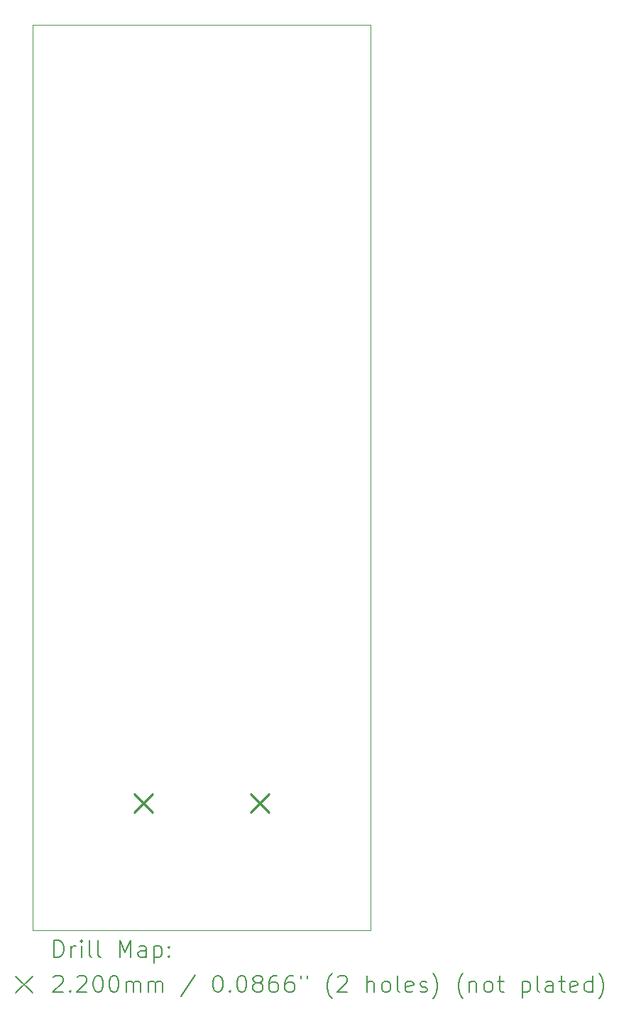
<source format=gbr>
%TF.GenerationSoftware,KiCad,Pcbnew,7.0.8*%
%TF.CreationDate,2024-09-22T21:59:18-04:00*%
%TF.ProjectId,lichen-bifocals-submodule-power-board,6c696368-656e-42d6-9269-666f63616c73,rev?*%
%TF.SameCoordinates,Original*%
%TF.FileFunction,Drillmap*%
%TF.FilePolarity,Positive*%
%FSLAX45Y45*%
G04 Gerber Fmt 4.5, Leading zero omitted, Abs format (unit mm)*
G04 Created by KiCad (PCBNEW 7.0.8) date 2024-09-22 21:59:18*
%MOMM*%
%LPD*%
G01*
G04 APERTURE LIST*
%ADD10C,0.100000*%
%ADD11C,0.200000*%
%ADD12C,0.220000*%
G04 APERTURE END LIST*
D10*
X10000000Y-11025000D02*
X14030000Y-11025000D01*
X14030000Y-21825000D01*
X10000000Y-21825000D01*
X10000000Y-11025000D01*
D11*
D12*
X11212300Y-20197700D02*
X11432300Y-20417700D01*
X11432300Y-20197700D02*
X11212300Y-20417700D01*
X12597700Y-20197700D02*
X12817700Y-20417700D01*
X12817700Y-20197700D02*
X12597700Y-20417700D01*
D11*
X10255777Y-22141484D02*
X10255777Y-21941484D01*
X10255777Y-21941484D02*
X10303396Y-21941484D01*
X10303396Y-21941484D02*
X10331967Y-21951008D01*
X10331967Y-21951008D02*
X10351015Y-21970055D01*
X10351015Y-21970055D02*
X10360539Y-21989103D01*
X10360539Y-21989103D02*
X10370063Y-22027198D01*
X10370063Y-22027198D02*
X10370063Y-22055770D01*
X10370063Y-22055770D02*
X10360539Y-22093865D01*
X10360539Y-22093865D02*
X10351015Y-22112912D01*
X10351015Y-22112912D02*
X10331967Y-22131960D01*
X10331967Y-22131960D02*
X10303396Y-22141484D01*
X10303396Y-22141484D02*
X10255777Y-22141484D01*
X10455777Y-22141484D02*
X10455777Y-22008150D01*
X10455777Y-22046246D02*
X10465301Y-22027198D01*
X10465301Y-22027198D02*
X10474824Y-22017674D01*
X10474824Y-22017674D02*
X10493872Y-22008150D01*
X10493872Y-22008150D02*
X10512920Y-22008150D01*
X10579586Y-22141484D02*
X10579586Y-22008150D01*
X10579586Y-21941484D02*
X10570063Y-21951008D01*
X10570063Y-21951008D02*
X10579586Y-21960531D01*
X10579586Y-21960531D02*
X10589110Y-21951008D01*
X10589110Y-21951008D02*
X10579586Y-21941484D01*
X10579586Y-21941484D02*
X10579586Y-21960531D01*
X10703396Y-22141484D02*
X10684348Y-22131960D01*
X10684348Y-22131960D02*
X10674824Y-22112912D01*
X10674824Y-22112912D02*
X10674824Y-21941484D01*
X10808158Y-22141484D02*
X10789110Y-22131960D01*
X10789110Y-22131960D02*
X10779586Y-22112912D01*
X10779586Y-22112912D02*
X10779586Y-21941484D01*
X11036729Y-22141484D02*
X11036729Y-21941484D01*
X11036729Y-21941484D02*
X11103396Y-22084341D01*
X11103396Y-22084341D02*
X11170063Y-21941484D01*
X11170063Y-21941484D02*
X11170063Y-22141484D01*
X11351015Y-22141484D02*
X11351015Y-22036722D01*
X11351015Y-22036722D02*
X11341491Y-22017674D01*
X11341491Y-22017674D02*
X11322443Y-22008150D01*
X11322443Y-22008150D02*
X11284348Y-22008150D01*
X11284348Y-22008150D02*
X11265301Y-22017674D01*
X11351015Y-22131960D02*
X11331967Y-22141484D01*
X11331967Y-22141484D02*
X11284348Y-22141484D01*
X11284348Y-22141484D02*
X11265301Y-22131960D01*
X11265301Y-22131960D02*
X11255777Y-22112912D01*
X11255777Y-22112912D02*
X11255777Y-22093865D01*
X11255777Y-22093865D02*
X11265301Y-22074817D01*
X11265301Y-22074817D02*
X11284348Y-22065293D01*
X11284348Y-22065293D02*
X11331967Y-22065293D01*
X11331967Y-22065293D02*
X11351015Y-22055770D01*
X11446253Y-22008150D02*
X11446253Y-22208150D01*
X11446253Y-22017674D02*
X11465301Y-22008150D01*
X11465301Y-22008150D02*
X11503396Y-22008150D01*
X11503396Y-22008150D02*
X11522443Y-22017674D01*
X11522443Y-22017674D02*
X11531967Y-22027198D01*
X11531967Y-22027198D02*
X11541491Y-22046246D01*
X11541491Y-22046246D02*
X11541491Y-22103389D01*
X11541491Y-22103389D02*
X11531967Y-22122436D01*
X11531967Y-22122436D02*
X11522443Y-22131960D01*
X11522443Y-22131960D02*
X11503396Y-22141484D01*
X11503396Y-22141484D02*
X11465301Y-22141484D01*
X11465301Y-22141484D02*
X11446253Y-22131960D01*
X11627205Y-22122436D02*
X11636729Y-22131960D01*
X11636729Y-22131960D02*
X11627205Y-22141484D01*
X11627205Y-22141484D02*
X11617682Y-22131960D01*
X11617682Y-22131960D02*
X11627205Y-22122436D01*
X11627205Y-22122436D02*
X11627205Y-22141484D01*
X11627205Y-22017674D02*
X11636729Y-22027198D01*
X11636729Y-22027198D02*
X11627205Y-22036722D01*
X11627205Y-22036722D02*
X11617682Y-22027198D01*
X11617682Y-22027198D02*
X11627205Y-22017674D01*
X11627205Y-22017674D02*
X11627205Y-22036722D01*
X9795000Y-22370000D02*
X9995000Y-22570000D01*
X9995000Y-22370000D02*
X9795000Y-22570000D01*
X10246253Y-22380531D02*
X10255777Y-22371008D01*
X10255777Y-22371008D02*
X10274824Y-22361484D01*
X10274824Y-22361484D02*
X10322444Y-22361484D01*
X10322444Y-22361484D02*
X10341491Y-22371008D01*
X10341491Y-22371008D02*
X10351015Y-22380531D01*
X10351015Y-22380531D02*
X10360539Y-22399579D01*
X10360539Y-22399579D02*
X10360539Y-22418627D01*
X10360539Y-22418627D02*
X10351015Y-22447198D01*
X10351015Y-22447198D02*
X10236729Y-22561484D01*
X10236729Y-22561484D02*
X10360539Y-22561484D01*
X10446253Y-22542436D02*
X10455777Y-22551960D01*
X10455777Y-22551960D02*
X10446253Y-22561484D01*
X10446253Y-22561484D02*
X10436729Y-22551960D01*
X10436729Y-22551960D02*
X10446253Y-22542436D01*
X10446253Y-22542436D02*
X10446253Y-22561484D01*
X10531967Y-22380531D02*
X10541491Y-22371008D01*
X10541491Y-22371008D02*
X10560539Y-22361484D01*
X10560539Y-22361484D02*
X10608158Y-22361484D01*
X10608158Y-22361484D02*
X10627205Y-22371008D01*
X10627205Y-22371008D02*
X10636729Y-22380531D01*
X10636729Y-22380531D02*
X10646253Y-22399579D01*
X10646253Y-22399579D02*
X10646253Y-22418627D01*
X10646253Y-22418627D02*
X10636729Y-22447198D01*
X10636729Y-22447198D02*
X10522444Y-22561484D01*
X10522444Y-22561484D02*
X10646253Y-22561484D01*
X10770063Y-22361484D02*
X10789110Y-22361484D01*
X10789110Y-22361484D02*
X10808158Y-22371008D01*
X10808158Y-22371008D02*
X10817682Y-22380531D01*
X10817682Y-22380531D02*
X10827205Y-22399579D01*
X10827205Y-22399579D02*
X10836729Y-22437674D01*
X10836729Y-22437674D02*
X10836729Y-22485293D01*
X10836729Y-22485293D02*
X10827205Y-22523388D01*
X10827205Y-22523388D02*
X10817682Y-22542436D01*
X10817682Y-22542436D02*
X10808158Y-22551960D01*
X10808158Y-22551960D02*
X10789110Y-22561484D01*
X10789110Y-22561484D02*
X10770063Y-22561484D01*
X10770063Y-22561484D02*
X10751015Y-22551960D01*
X10751015Y-22551960D02*
X10741491Y-22542436D01*
X10741491Y-22542436D02*
X10731967Y-22523388D01*
X10731967Y-22523388D02*
X10722444Y-22485293D01*
X10722444Y-22485293D02*
X10722444Y-22437674D01*
X10722444Y-22437674D02*
X10731967Y-22399579D01*
X10731967Y-22399579D02*
X10741491Y-22380531D01*
X10741491Y-22380531D02*
X10751015Y-22371008D01*
X10751015Y-22371008D02*
X10770063Y-22361484D01*
X10960539Y-22361484D02*
X10979586Y-22361484D01*
X10979586Y-22361484D02*
X10998634Y-22371008D01*
X10998634Y-22371008D02*
X11008158Y-22380531D01*
X11008158Y-22380531D02*
X11017682Y-22399579D01*
X11017682Y-22399579D02*
X11027205Y-22437674D01*
X11027205Y-22437674D02*
X11027205Y-22485293D01*
X11027205Y-22485293D02*
X11017682Y-22523388D01*
X11017682Y-22523388D02*
X11008158Y-22542436D01*
X11008158Y-22542436D02*
X10998634Y-22551960D01*
X10998634Y-22551960D02*
X10979586Y-22561484D01*
X10979586Y-22561484D02*
X10960539Y-22561484D01*
X10960539Y-22561484D02*
X10941491Y-22551960D01*
X10941491Y-22551960D02*
X10931967Y-22542436D01*
X10931967Y-22542436D02*
X10922444Y-22523388D01*
X10922444Y-22523388D02*
X10912920Y-22485293D01*
X10912920Y-22485293D02*
X10912920Y-22437674D01*
X10912920Y-22437674D02*
X10922444Y-22399579D01*
X10922444Y-22399579D02*
X10931967Y-22380531D01*
X10931967Y-22380531D02*
X10941491Y-22371008D01*
X10941491Y-22371008D02*
X10960539Y-22361484D01*
X11112920Y-22561484D02*
X11112920Y-22428150D01*
X11112920Y-22447198D02*
X11122444Y-22437674D01*
X11122444Y-22437674D02*
X11141491Y-22428150D01*
X11141491Y-22428150D02*
X11170063Y-22428150D01*
X11170063Y-22428150D02*
X11189110Y-22437674D01*
X11189110Y-22437674D02*
X11198634Y-22456722D01*
X11198634Y-22456722D02*
X11198634Y-22561484D01*
X11198634Y-22456722D02*
X11208158Y-22437674D01*
X11208158Y-22437674D02*
X11227205Y-22428150D01*
X11227205Y-22428150D02*
X11255777Y-22428150D01*
X11255777Y-22428150D02*
X11274824Y-22437674D01*
X11274824Y-22437674D02*
X11284348Y-22456722D01*
X11284348Y-22456722D02*
X11284348Y-22561484D01*
X11379586Y-22561484D02*
X11379586Y-22428150D01*
X11379586Y-22447198D02*
X11389110Y-22437674D01*
X11389110Y-22437674D02*
X11408158Y-22428150D01*
X11408158Y-22428150D02*
X11436729Y-22428150D01*
X11436729Y-22428150D02*
X11455777Y-22437674D01*
X11455777Y-22437674D02*
X11465301Y-22456722D01*
X11465301Y-22456722D02*
X11465301Y-22561484D01*
X11465301Y-22456722D02*
X11474824Y-22437674D01*
X11474824Y-22437674D02*
X11493872Y-22428150D01*
X11493872Y-22428150D02*
X11522443Y-22428150D01*
X11522443Y-22428150D02*
X11541491Y-22437674D01*
X11541491Y-22437674D02*
X11551015Y-22456722D01*
X11551015Y-22456722D02*
X11551015Y-22561484D01*
X11941491Y-22351960D02*
X11770063Y-22609103D01*
X12198634Y-22361484D02*
X12217682Y-22361484D01*
X12217682Y-22361484D02*
X12236729Y-22371008D01*
X12236729Y-22371008D02*
X12246253Y-22380531D01*
X12246253Y-22380531D02*
X12255777Y-22399579D01*
X12255777Y-22399579D02*
X12265301Y-22437674D01*
X12265301Y-22437674D02*
X12265301Y-22485293D01*
X12265301Y-22485293D02*
X12255777Y-22523388D01*
X12255777Y-22523388D02*
X12246253Y-22542436D01*
X12246253Y-22542436D02*
X12236729Y-22551960D01*
X12236729Y-22551960D02*
X12217682Y-22561484D01*
X12217682Y-22561484D02*
X12198634Y-22561484D01*
X12198634Y-22561484D02*
X12179586Y-22551960D01*
X12179586Y-22551960D02*
X12170063Y-22542436D01*
X12170063Y-22542436D02*
X12160539Y-22523388D01*
X12160539Y-22523388D02*
X12151015Y-22485293D01*
X12151015Y-22485293D02*
X12151015Y-22437674D01*
X12151015Y-22437674D02*
X12160539Y-22399579D01*
X12160539Y-22399579D02*
X12170063Y-22380531D01*
X12170063Y-22380531D02*
X12179586Y-22371008D01*
X12179586Y-22371008D02*
X12198634Y-22361484D01*
X12351015Y-22542436D02*
X12360539Y-22551960D01*
X12360539Y-22551960D02*
X12351015Y-22561484D01*
X12351015Y-22561484D02*
X12341491Y-22551960D01*
X12341491Y-22551960D02*
X12351015Y-22542436D01*
X12351015Y-22542436D02*
X12351015Y-22561484D01*
X12484348Y-22361484D02*
X12503396Y-22361484D01*
X12503396Y-22361484D02*
X12522444Y-22371008D01*
X12522444Y-22371008D02*
X12531967Y-22380531D01*
X12531967Y-22380531D02*
X12541491Y-22399579D01*
X12541491Y-22399579D02*
X12551015Y-22437674D01*
X12551015Y-22437674D02*
X12551015Y-22485293D01*
X12551015Y-22485293D02*
X12541491Y-22523388D01*
X12541491Y-22523388D02*
X12531967Y-22542436D01*
X12531967Y-22542436D02*
X12522444Y-22551960D01*
X12522444Y-22551960D02*
X12503396Y-22561484D01*
X12503396Y-22561484D02*
X12484348Y-22561484D01*
X12484348Y-22561484D02*
X12465301Y-22551960D01*
X12465301Y-22551960D02*
X12455777Y-22542436D01*
X12455777Y-22542436D02*
X12446253Y-22523388D01*
X12446253Y-22523388D02*
X12436729Y-22485293D01*
X12436729Y-22485293D02*
X12436729Y-22437674D01*
X12436729Y-22437674D02*
X12446253Y-22399579D01*
X12446253Y-22399579D02*
X12455777Y-22380531D01*
X12455777Y-22380531D02*
X12465301Y-22371008D01*
X12465301Y-22371008D02*
X12484348Y-22361484D01*
X12665301Y-22447198D02*
X12646253Y-22437674D01*
X12646253Y-22437674D02*
X12636729Y-22428150D01*
X12636729Y-22428150D02*
X12627206Y-22409103D01*
X12627206Y-22409103D02*
X12627206Y-22399579D01*
X12627206Y-22399579D02*
X12636729Y-22380531D01*
X12636729Y-22380531D02*
X12646253Y-22371008D01*
X12646253Y-22371008D02*
X12665301Y-22361484D01*
X12665301Y-22361484D02*
X12703396Y-22361484D01*
X12703396Y-22361484D02*
X12722444Y-22371008D01*
X12722444Y-22371008D02*
X12731967Y-22380531D01*
X12731967Y-22380531D02*
X12741491Y-22399579D01*
X12741491Y-22399579D02*
X12741491Y-22409103D01*
X12741491Y-22409103D02*
X12731967Y-22428150D01*
X12731967Y-22428150D02*
X12722444Y-22437674D01*
X12722444Y-22437674D02*
X12703396Y-22447198D01*
X12703396Y-22447198D02*
X12665301Y-22447198D01*
X12665301Y-22447198D02*
X12646253Y-22456722D01*
X12646253Y-22456722D02*
X12636729Y-22466246D01*
X12636729Y-22466246D02*
X12627206Y-22485293D01*
X12627206Y-22485293D02*
X12627206Y-22523388D01*
X12627206Y-22523388D02*
X12636729Y-22542436D01*
X12636729Y-22542436D02*
X12646253Y-22551960D01*
X12646253Y-22551960D02*
X12665301Y-22561484D01*
X12665301Y-22561484D02*
X12703396Y-22561484D01*
X12703396Y-22561484D02*
X12722444Y-22551960D01*
X12722444Y-22551960D02*
X12731967Y-22542436D01*
X12731967Y-22542436D02*
X12741491Y-22523388D01*
X12741491Y-22523388D02*
X12741491Y-22485293D01*
X12741491Y-22485293D02*
X12731967Y-22466246D01*
X12731967Y-22466246D02*
X12722444Y-22456722D01*
X12722444Y-22456722D02*
X12703396Y-22447198D01*
X12912920Y-22361484D02*
X12874825Y-22361484D01*
X12874825Y-22361484D02*
X12855777Y-22371008D01*
X12855777Y-22371008D02*
X12846253Y-22380531D01*
X12846253Y-22380531D02*
X12827206Y-22409103D01*
X12827206Y-22409103D02*
X12817682Y-22447198D01*
X12817682Y-22447198D02*
X12817682Y-22523388D01*
X12817682Y-22523388D02*
X12827206Y-22542436D01*
X12827206Y-22542436D02*
X12836729Y-22551960D01*
X12836729Y-22551960D02*
X12855777Y-22561484D01*
X12855777Y-22561484D02*
X12893872Y-22561484D01*
X12893872Y-22561484D02*
X12912920Y-22551960D01*
X12912920Y-22551960D02*
X12922444Y-22542436D01*
X12922444Y-22542436D02*
X12931967Y-22523388D01*
X12931967Y-22523388D02*
X12931967Y-22475769D01*
X12931967Y-22475769D02*
X12922444Y-22456722D01*
X12922444Y-22456722D02*
X12912920Y-22447198D01*
X12912920Y-22447198D02*
X12893872Y-22437674D01*
X12893872Y-22437674D02*
X12855777Y-22437674D01*
X12855777Y-22437674D02*
X12836729Y-22447198D01*
X12836729Y-22447198D02*
X12827206Y-22456722D01*
X12827206Y-22456722D02*
X12817682Y-22475769D01*
X13103396Y-22361484D02*
X13065301Y-22361484D01*
X13065301Y-22361484D02*
X13046253Y-22371008D01*
X13046253Y-22371008D02*
X13036729Y-22380531D01*
X13036729Y-22380531D02*
X13017682Y-22409103D01*
X13017682Y-22409103D02*
X13008158Y-22447198D01*
X13008158Y-22447198D02*
X13008158Y-22523388D01*
X13008158Y-22523388D02*
X13017682Y-22542436D01*
X13017682Y-22542436D02*
X13027206Y-22551960D01*
X13027206Y-22551960D02*
X13046253Y-22561484D01*
X13046253Y-22561484D02*
X13084348Y-22561484D01*
X13084348Y-22561484D02*
X13103396Y-22551960D01*
X13103396Y-22551960D02*
X13112920Y-22542436D01*
X13112920Y-22542436D02*
X13122444Y-22523388D01*
X13122444Y-22523388D02*
X13122444Y-22475769D01*
X13122444Y-22475769D02*
X13112920Y-22456722D01*
X13112920Y-22456722D02*
X13103396Y-22447198D01*
X13103396Y-22447198D02*
X13084348Y-22437674D01*
X13084348Y-22437674D02*
X13046253Y-22437674D01*
X13046253Y-22437674D02*
X13027206Y-22447198D01*
X13027206Y-22447198D02*
X13017682Y-22456722D01*
X13017682Y-22456722D02*
X13008158Y-22475769D01*
X13198634Y-22361484D02*
X13198634Y-22399579D01*
X13274825Y-22361484D02*
X13274825Y-22399579D01*
X13570063Y-22637674D02*
X13560539Y-22628150D01*
X13560539Y-22628150D02*
X13541491Y-22599579D01*
X13541491Y-22599579D02*
X13531968Y-22580531D01*
X13531968Y-22580531D02*
X13522444Y-22551960D01*
X13522444Y-22551960D02*
X13512920Y-22504341D01*
X13512920Y-22504341D02*
X13512920Y-22466246D01*
X13512920Y-22466246D02*
X13522444Y-22418627D01*
X13522444Y-22418627D02*
X13531968Y-22390055D01*
X13531968Y-22390055D02*
X13541491Y-22371008D01*
X13541491Y-22371008D02*
X13560539Y-22342436D01*
X13560539Y-22342436D02*
X13570063Y-22332912D01*
X13636729Y-22380531D02*
X13646253Y-22371008D01*
X13646253Y-22371008D02*
X13665301Y-22361484D01*
X13665301Y-22361484D02*
X13712920Y-22361484D01*
X13712920Y-22361484D02*
X13731968Y-22371008D01*
X13731968Y-22371008D02*
X13741491Y-22380531D01*
X13741491Y-22380531D02*
X13751015Y-22399579D01*
X13751015Y-22399579D02*
X13751015Y-22418627D01*
X13751015Y-22418627D02*
X13741491Y-22447198D01*
X13741491Y-22447198D02*
X13627206Y-22561484D01*
X13627206Y-22561484D02*
X13751015Y-22561484D01*
X13989110Y-22561484D02*
X13989110Y-22361484D01*
X14074825Y-22561484D02*
X14074825Y-22456722D01*
X14074825Y-22456722D02*
X14065301Y-22437674D01*
X14065301Y-22437674D02*
X14046253Y-22428150D01*
X14046253Y-22428150D02*
X14017682Y-22428150D01*
X14017682Y-22428150D02*
X13998634Y-22437674D01*
X13998634Y-22437674D02*
X13989110Y-22447198D01*
X14198634Y-22561484D02*
X14179587Y-22551960D01*
X14179587Y-22551960D02*
X14170063Y-22542436D01*
X14170063Y-22542436D02*
X14160539Y-22523388D01*
X14160539Y-22523388D02*
X14160539Y-22466246D01*
X14160539Y-22466246D02*
X14170063Y-22447198D01*
X14170063Y-22447198D02*
X14179587Y-22437674D01*
X14179587Y-22437674D02*
X14198634Y-22428150D01*
X14198634Y-22428150D02*
X14227206Y-22428150D01*
X14227206Y-22428150D02*
X14246253Y-22437674D01*
X14246253Y-22437674D02*
X14255777Y-22447198D01*
X14255777Y-22447198D02*
X14265301Y-22466246D01*
X14265301Y-22466246D02*
X14265301Y-22523388D01*
X14265301Y-22523388D02*
X14255777Y-22542436D01*
X14255777Y-22542436D02*
X14246253Y-22551960D01*
X14246253Y-22551960D02*
X14227206Y-22561484D01*
X14227206Y-22561484D02*
X14198634Y-22561484D01*
X14379587Y-22561484D02*
X14360539Y-22551960D01*
X14360539Y-22551960D02*
X14351015Y-22532912D01*
X14351015Y-22532912D02*
X14351015Y-22361484D01*
X14531968Y-22551960D02*
X14512920Y-22561484D01*
X14512920Y-22561484D02*
X14474825Y-22561484D01*
X14474825Y-22561484D02*
X14455777Y-22551960D01*
X14455777Y-22551960D02*
X14446253Y-22532912D01*
X14446253Y-22532912D02*
X14446253Y-22456722D01*
X14446253Y-22456722D02*
X14455777Y-22437674D01*
X14455777Y-22437674D02*
X14474825Y-22428150D01*
X14474825Y-22428150D02*
X14512920Y-22428150D01*
X14512920Y-22428150D02*
X14531968Y-22437674D01*
X14531968Y-22437674D02*
X14541491Y-22456722D01*
X14541491Y-22456722D02*
X14541491Y-22475769D01*
X14541491Y-22475769D02*
X14446253Y-22494817D01*
X14617682Y-22551960D02*
X14636730Y-22561484D01*
X14636730Y-22561484D02*
X14674825Y-22561484D01*
X14674825Y-22561484D02*
X14693872Y-22551960D01*
X14693872Y-22551960D02*
X14703396Y-22532912D01*
X14703396Y-22532912D02*
X14703396Y-22523388D01*
X14703396Y-22523388D02*
X14693872Y-22504341D01*
X14693872Y-22504341D02*
X14674825Y-22494817D01*
X14674825Y-22494817D02*
X14646253Y-22494817D01*
X14646253Y-22494817D02*
X14627206Y-22485293D01*
X14627206Y-22485293D02*
X14617682Y-22466246D01*
X14617682Y-22466246D02*
X14617682Y-22456722D01*
X14617682Y-22456722D02*
X14627206Y-22437674D01*
X14627206Y-22437674D02*
X14646253Y-22428150D01*
X14646253Y-22428150D02*
X14674825Y-22428150D01*
X14674825Y-22428150D02*
X14693872Y-22437674D01*
X14770063Y-22637674D02*
X14779587Y-22628150D01*
X14779587Y-22628150D02*
X14798634Y-22599579D01*
X14798634Y-22599579D02*
X14808158Y-22580531D01*
X14808158Y-22580531D02*
X14817682Y-22551960D01*
X14817682Y-22551960D02*
X14827206Y-22504341D01*
X14827206Y-22504341D02*
X14827206Y-22466246D01*
X14827206Y-22466246D02*
X14817682Y-22418627D01*
X14817682Y-22418627D02*
X14808158Y-22390055D01*
X14808158Y-22390055D02*
X14798634Y-22371008D01*
X14798634Y-22371008D02*
X14779587Y-22342436D01*
X14779587Y-22342436D02*
X14770063Y-22332912D01*
X15131968Y-22637674D02*
X15122444Y-22628150D01*
X15122444Y-22628150D02*
X15103396Y-22599579D01*
X15103396Y-22599579D02*
X15093872Y-22580531D01*
X15093872Y-22580531D02*
X15084349Y-22551960D01*
X15084349Y-22551960D02*
X15074825Y-22504341D01*
X15074825Y-22504341D02*
X15074825Y-22466246D01*
X15074825Y-22466246D02*
X15084349Y-22418627D01*
X15084349Y-22418627D02*
X15093872Y-22390055D01*
X15093872Y-22390055D02*
X15103396Y-22371008D01*
X15103396Y-22371008D02*
X15122444Y-22342436D01*
X15122444Y-22342436D02*
X15131968Y-22332912D01*
X15208158Y-22428150D02*
X15208158Y-22561484D01*
X15208158Y-22447198D02*
X15217682Y-22437674D01*
X15217682Y-22437674D02*
X15236730Y-22428150D01*
X15236730Y-22428150D02*
X15265301Y-22428150D01*
X15265301Y-22428150D02*
X15284349Y-22437674D01*
X15284349Y-22437674D02*
X15293872Y-22456722D01*
X15293872Y-22456722D02*
X15293872Y-22561484D01*
X15417682Y-22561484D02*
X15398634Y-22551960D01*
X15398634Y-22551960D02*
X15389111Y-22542436D01*
X15389111Y-22542436D02*
X15379587Y-22523388D01*
X15379587Y-22523388D02*
X15379587Y-22466246D01*
X15379587Y-22466246D02*
X15389111Y-22447198D01*
X15389111Y-22447198D02*
X15398634Y-22437674D01*
X15398634Y-22437674D02*
X15417682Y-22428150D01*
X15417682Y-22428150D02*
X15446253Y-22428150D01*
X15446253Y-22428150D02*
X15465301Y-22437674D01*
X15465301Y-22437674D02*
X15474825Y-22447198D01*
X15474825Y-22447198D02*
X15484349Y-22466246D01*
X15484349Y-22466246D02*
X15484349Y-22523388D01*
X15484349Y-22523388D02*
X15474825Y-22542436D01*
X15474825Y-22542436D02*
X15465301Y-22551960D01*
X15465301Y-22551960D02*
X15446253Y-22561484D01*
X15446253Y-22561484D02*
X15417682Y-22561484D01*
X15541492Y-22428150D02*
X15617682Y-22428150D01*
X15570063Y-22361484D02*
X15570063Y-22532912D01*
X15570063Y-22532912D02*
X15579587Y-22551960D01*
X15579587Y-22551960D02*
X15598634Y-22561484D01*
X15598634Y-22561484D02*
X15617682Y-22561484D01*
X15836730Y-22428150D02*
X15836730Y-22628150D01*
X15836730Y-22437674D02*
X15855777Y-22428150D01*
X15855777Y-22428150D02*
X15893873Y-22428150D01*
X15893873Y-22428150D02*
X15912920Y-22437674D01*
X15912920Y-22437674D02*
X15922444Y-22447198D01*
X15922444Y-22447198D02*
X15931968Y-22466246D01*
X15931968Y-22466246D02*
X15931968Y-22523388D01*
X15931968Y-22523388D02*
X15922444Y-22542436D01*
X15922444Y-22542436D02*
X15912920Y-22551960D01*
X15912920Y-22551960D02*
X15893873Y-22561484D01*
X15893873Y-22561484D02*
X15855777Y-22561484D01*
X15855777Y-22561484D02*
X15836730Y-22551960D01*
X16046253Y-22561484D02*
X16027206Y-22551960D01*
X16027206Y-22551960D02*
X16017682Y-22532912D01*
X16017682Y-22532912D02*
X16017682Y-22361484D01*
X16208158Y-22561484D02*
X16208158Y-22456722D01*
X16208158Y-22456722D02*
X16198634Y-22437674D01*
X16198634Y-22437674D02*
X16179587Y-22428150D01*
X16179587Y-22428150D02*
X16141492Y-22428150D01*
X16141492Y-22428150D02*
X16122444Y-22437674D01*
X16208158Y-22551960D02*
X16189111Y-22561484D01*
X16189111Y-22561484D02*
X16141492Y-22561484D01*
X16141492Y-22561484D02*
X16122444Y-22551960D01*
X16122444Y-22551960D02*
X16112920Y-22532912D01*
X16112920Y-22532912D02*
X16112920Y-22513865D01*
X16112920Y-22513865D02*
X16122444Y-22494817D01*
X16122444Y-22494817D02*
X16141492Y-22485293D01*
X16141492Y-22485293D02*
X16189111Y-22485293D01*
X16189111Y-22485293D02*
X16208158Y-22475769D01*
X16274825Y-22428150D02*
X16351015Y-22428150D01*
X16303396Y-22361484D02*
X16303396Y-22532912D01*
X16303396Y-22532912D02*
X16312920Y-22551960D01*
X16312920Y-22551960D02*
X16331968Y-22561484D01*
X16331968Y-22561484D02*
X16351015Y-22561484D01*
X16493873Y-22551960D02*
X16474825Y-22561484D01*
X16474825Y-22561484D02*
X16436730Y-22561484D01*
X16436730Y-22561484D02*
X16417682Y-22551960D01*
X16417682Y-22551960D02*
X16408158Y-22532912D01*
X16408158Y-22532912D02*
X16408158Y-22456722D01*
X16408158Y-22456722D02*
X16417682Y-22437674D01*
X16417682Y-22437674D02*
X16436730Y-22428150D01*
X16436730Y-22428150D02*
X16474825Y-22428150D01*
X16474825Y-22428150D02*
X16493873Y-22437674D01*
X16493873Y-22437674D02*
X16503396Y-22456722D01*
X16503396Y-22456722D02*
X16503396Y-22475769D01*
X16503396Y-22475769D02*
X16408158Y-22494817D01*
X16674825Y-22561484D02*
X16674825Y-22361484D01*
X16674825Y-22551960D02*
X16655777Y-22561484D01*
X16655777Y-22561484D02*
X16617682Y-22561484D01*
X16617682Y-22561484D02*
X16598634Y-22551960D01*
X16598634Y-22551960D02*
X16589111Y-22542436D01*
X16589111Y-22542436D02*
X16579587Y-22523388D01*
X16579587Y-22523388D02*
X16579587Y-22466246D01*
X16579587Y-22466246D02*
X16589111Y-22447198D01*
X16589111Y-22447198D02*
X16598634Y-22437674D01*
X16598634Y-22437674D02*
X16617682Y-22428150D01*
X16617682Y-22428150D02*
X16655777Y-22428150D01*
X16655777Y-22428150D02*
X16674825Y-22437674D01*
X16751015Y-22637674D02*
X16760539Y-22628150D01*
X16760539Y-22628150D02*
X16779587Y-22599579D01*
X16779587Y-22599579D02*
X16789111Y-22580531D01*
X16789111Y-22580531D02*
X16798635Y-22551960D01*
X16798635Y-22551960D02*
X16808158Y-22504341D01*
X16808158Y-22504341D02*
X16808158Y-22466246D01*
X16808158Y-22466246D02*
X16798635Y-22418627D01*
X16798635Y-22418627D02*
X16789111Y-22390055D01*
X16789111Y-22390055D02*
X16779587Y-22371008D01*
X16779587Y-22371008D02*
X16760539Y-22342436D01*
X16760539Y-22342436D02*
X16751015Y-22332912D01*
M02*

</source>
